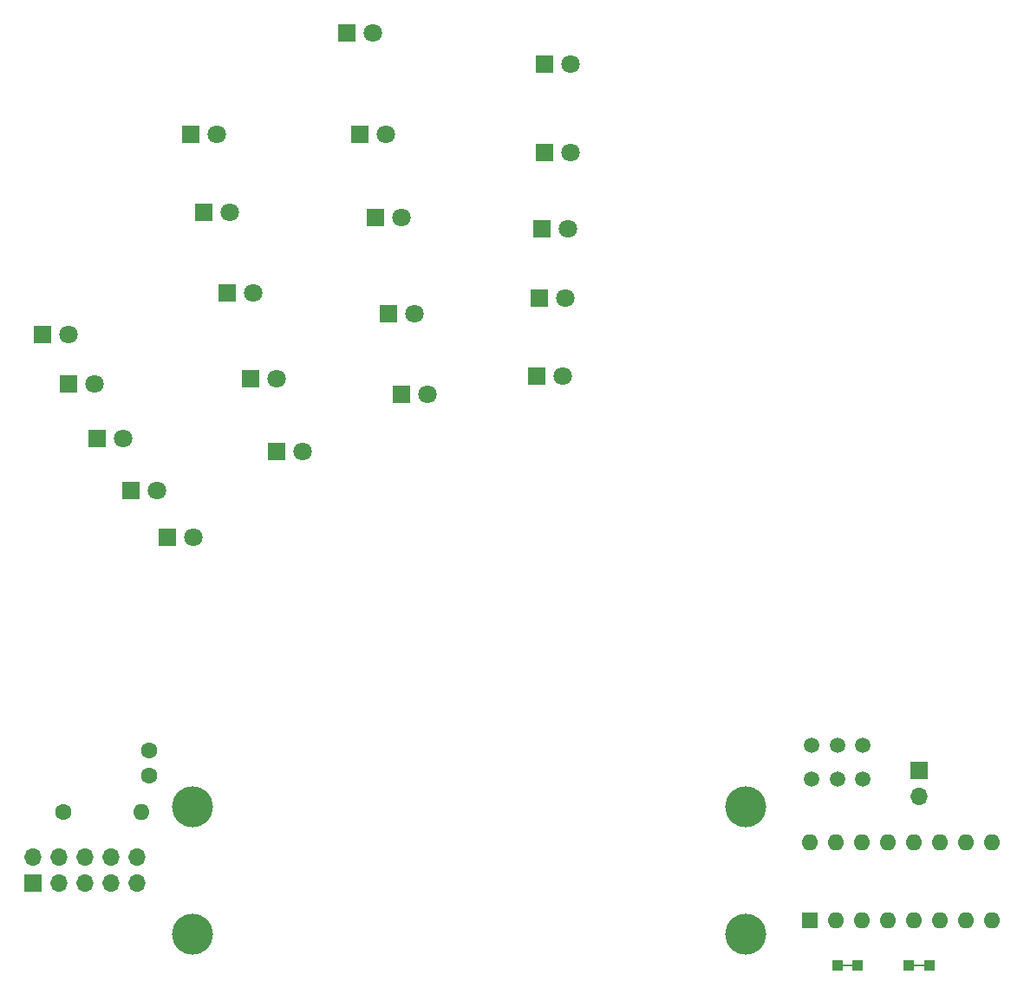
<source format=gbr>
G04 #@! TF.FileFunction,Soldermask,Top*
%FSLAX46Y46*%
G04 Gerber Fmt 4.6, Leading zero omitted, Abs format (unit mm)*
G04 Created by KiCad (PCBNEW 4.0.6) date 11/09/17 18:16:21*
%MOMM*%
%LPD*%
G01*
G04 APERTURE LIST*
%ADD10C,0.100000*%
%ADD11C,4.000000*%
%ADD12R,1.800000X1.800000*%
%ADD13C,1.800000*%
%ADD14C,1.600000*%
%ADD15O,1.600000X1.600000*%
%ADD16C,1.500000*%
%ADD17R,1.600000X1.600000*%
%ADD18R,1.700000X1.700000*%
%ADD19O,1.700000X1.700000*%
%ADD20R,1.000000X1.000000*%
%ADD21R,1.000000X0.254000*%
G04 APERTURE END LIST*
D10*
D11*
X172000000Y-145000000D03*
X118000000Y-132500000D03*
X172000000Y-132500000D03*
D12*
X103378000Y-86360000D03*
D13*
X105918000Y-86360000D03*
D12*
X108712000Y-96520000D03*
D13*
X111252000Y-96520000D03*
D12*
X115570000Y-106172000D03*
D13*
X118110000Y-106172000D03*
D12*
X105918000Y-91186000D03*
D13*
X108458000Y-91186000D03*
D12*
X112014000Y-101600000D03*
D13*
X114554000Y-101600000D03*
D12*
X117856000Y-66802000D03*
D13*
X120396000Y-66802000D03*
D12*
X121412000Y-82296000D03*
D13*
X123952000Y-82296000D03*
D12*
X126238000Y-97790000D03*
D13*
X128778000Y-97790000D03*
D12*
X119126000Y-74422000D03*
D13*
X121666000Y-74422000D03*
D12*
X123698000Y-90678000D03*
D13*
X126238000Y-90678000D03*
D12*
X133096000Y-56896000D03*
D13*
X135636000Y-56896000D03*
D12*
X135890000Y-74930000D03*
D13*
X138430000Y-74930000D03*
D12*
X138430000Y-92202000D03*
D13*
X140970000Y-92202000D03*
D12*
X134366000Y-66802000D03*
D13*
X136906000Y-66802000D03*
D12*
X137160000Y-84328000D03*
D13*
X139700000Y-84328000D03*
D12*
X152400000Y-59944000D03*
D13*
X154940000Y-59944000D03*
D12*
X152146000Y-76032000D03*
D13*
X154686000Y-76032000D03*
D12*
X151638000Y-90424000D03*
D13*
X154178000Y-90424000D03*
D12*
X152400000Y-68580000D03*
D13*
X154940000Y-68580000D03*
D12*
X151892000Y-82804000D03*
D13*
X154432000Y-82804000D03*
D14*
X105380000Y-133000000D03*
D15*
X113000000Y-133000000D03*
D16*
X181000000Y-126550000D03*
X183500000Y-126550000D03*
X178500000Y-126550000D03*
X178500000Y-129850000D03*
X181000000Y-129850000D03*
X183500000Y-129850000D03*
D17*
X178300000Y-143620000D03*
D15*
X196080000Y-136000000D03*
X180840000Y-143620000D03*
X193540000Y-136000000D03*
X183380000Y-143620000D03*
X191000000Y-136000000D03*
X185920000Y-143620000D03*
X188460000Y-136000000D03*
X188460000Y-143620000D03*
X185920000Y-136000000D03*
X191000000Y-143620000D03*
X183380000Y-136000000D03*
X193540000Y-143620000D03*
X180840000Y-136000000D03*
X196080000Y-143620000D03*
X178300000Y-136000000D03*
D18*
X189000000Y-129000000D03*
D19*
X189000000Y-131540000D03*
D14*
X113750000Y-129500000D03*
X113750000Y-127000000D03*
D11*
X118000000Y-145000000D03*
D18*
X102460000Y-140000000D03*
D19*
X102460000Y-137460000D03*
X105000000Y-140000000D03*
X105000000Y-137460000D03*
X107540000Y-140000000D03*
X107540000Y-137460000D03*
X110080000Y-140000000D03*
X110080000Y-137460000D03*
X112620000Y-140000000D03*
X112620000Y-137460000D03*
D20*
X183000000Y-148000000D03*
X181000000Y-148000000D03*
D21*
X182000000Y-148000000D03*
D20*
X188000000Y-148000000D03*
X190000000Y-148000000D03*
D21*
X189000000Y-148000000D03*
M02*

</source>
